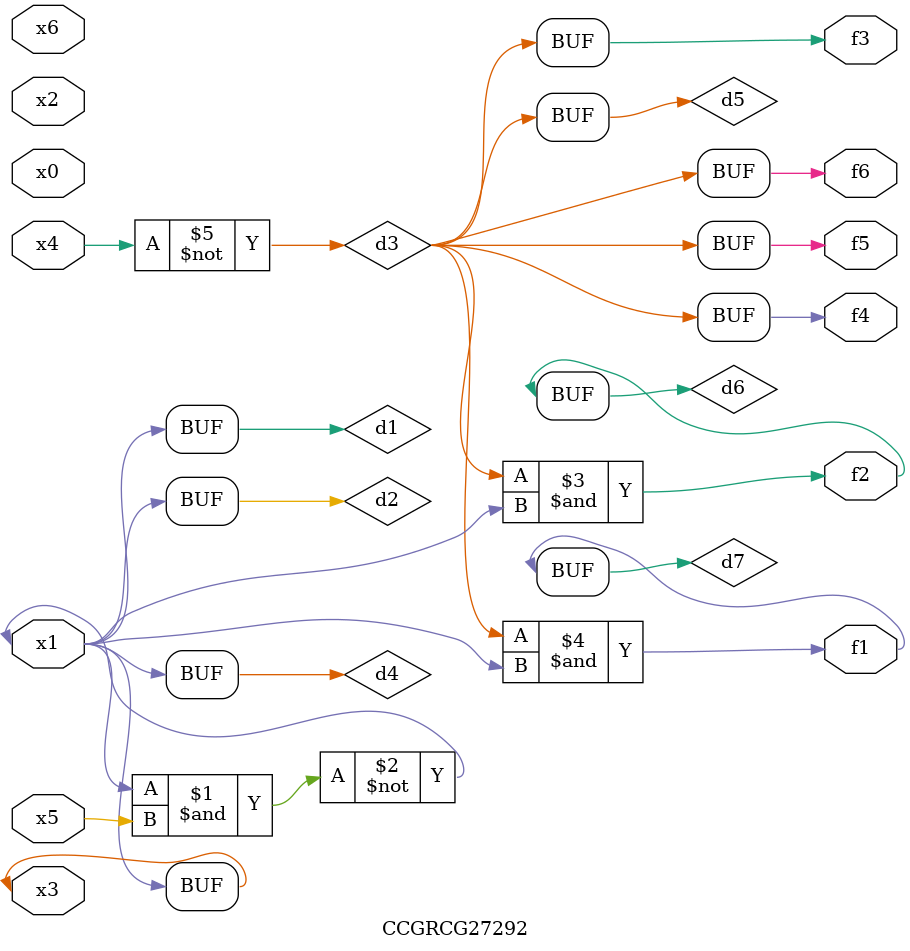
<source format=v>
module CCGRCG27292(
	input x0, x1, x2, x3, x4, x5, x6,
	output f1, f2, f3, f4, f5, f6
);

	wire d1, d2, d3, d4, d5, d6, d7;

	buf (d1, x1, x3);
	nand (d2, x1, x5);
	not (d3, x4);
	buf (d4, d1, d2);
	buf (d5, d3);
	and (d6, d3, d4);
	and (d7, d3, d4);
	assign f1 = d7;
	assign f2 = d6;
	assign f3 = d5;
	assign f4 = d5;
	assign f5 = d5;
	assign f6 = d5;
endmodule

</source>
